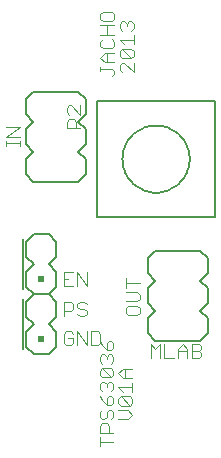
<source format=gbr>
G75*
G70*
%OFA0B0*%
%FSLAX24Y24*%
%IPPOS*%
%LPD*%
%AMOC8*
5,1,8,0,0,1.08239X$1,22.5*
%
%ADD10C,0.0040*%
%ADD11C,0.0079*%
%ADD12C,0.0060*%
%ADD13R,0.0200X0.0200*%
%ADD14C,0.0050*%
D10*
X003520Y004433D02*
X003520Y004740D01*
X003520Y004893D02*
X003520Y005124D01*
X003596Y005200D01*
X003750Y005200D01*
X003827Y005124D01*
X003827Y004893D01*
X003980Y004893D02*
X003520Y004893D01*
X003520Y004586D02*
X003980Y004586D01*
X004145Y005333D02*
X004452Y005333D01*
X004605Y005486D01*
X004452Y005640D01*
X004145Y005640D01*
X004221Y005793D02*
X004145Y005870D01*
X004145Y006024D01*
X004221Y006100D01*
X004528Y005793D01*
X004605Y005870D01*
X004605Y006024D01*
X004528Y006100D01*
X004221Y006100D01*
X004298Y006254D02*
X004145Y006407D01*
X004605Y006407D01*
X004605Y006254D02*
X004605Y006561D01*
X004605Y006714D02*
X004298Y006714D01*
X004145Y006868D01*
X004298Y007021D01*
X004605Y007021D01*
X004375Y007021D02*
X004375Y006714D01*
X003980Y006812D02*
X003903Y006735D01*
X003596Y007042D01*
X003903Y007042D01*
X003980Y006965D01*
X003980Y006812D01*
X003903Y006735D02*
X003596Y006735D01*
X003520Y006812D01*
X003520Y006965D01*
X003596Y007042D01*
X003596Y007195D02*
X003520Y007272D01*
X003520Y007426D01*
X003596Y007502D01*
X003673Y007502D01*
X003750Y007426D01*
X003827Y007502D01*
X003903Y007502D01*
X003980Y007426D01*
X003980Y007272D01*
X003903Y007195D01*
X003750Y007349D02*
X003750Y007426D01*
X003750Y007656D02*
X003596Y007809D01*
X003520Y007963D01*
X003548Y007885D02*
X003471Y007808D01*
X003241Y007808D01*
X003241Y008268D01*
X003471Y008268D01*
X003548Y008192D01*
X003548Y007885D01*
X003750Y007886D02*
X003750Y007656D01*
X003903Y007656D01*
X003980Y007732D01*
X003980Y007886D01*
X003903Y007963D01*
X003827Y007963D01*
X003750Y007886D01*
X003087Y007808D02*
X003087Y008268D01*
X002780Y008268D02*
X003087Y007808D01*
X002780Y007808D02*
X002780Y008268D01*
X002627Y008192D02*
X002550Y008268D01*
X002397Y008268D01*
X002320Y008192D01*
X002320Y007885D01*
X002397Y007808D01*
X002550Y007808D01*
X002627Y007885D01*
X002627Y008038D01*
X002473Y008038D01*
X002320Y008783D02*
X002320Y009243D01*
X002550Y009243D01*
X002627Y009167D01*
X002627Y009013D01*
X002550Y008936D01*
X002320Y008936D01*
X002780Y008860D02*
X002857Y008783D01*
X003011Y008783D01*
X003087Y008860D01*
X003087Y008936D01*
X003011Y009013D01*
X002857Y009013D01*
X002780Y009090D01*
X002780Y009167D01*
X002857Y009243D01*
X003011Y009243D01*
X003087Y009167D01*
X003087Y009783D02*
X003087Y010243D01*
X002780Y010243D02*
X003087Y009783D01*
X002780Y009783D02*
X002780Y010243D01*
X002627Y010243D02*
X002320Y010243D01*
X002320Y009783D01*
X002627Y009783D01*
X002473Y010013D02*
X002320Y010013D01*
X004395Y010036D02*
X004395Y009729D01*
X004395Y009882D02*
X004855Y009882D01*
X004778Y009575D02*
X004395Y009575D01*
X004395Y009268D02*
X004778Y009268D01*
X004855Y009345D01*
X004855Y009499D01*
X004778Y009575D01*
X004778Y009115D02*
X004471Y009115D01*
X004395Y009038D01*
X004395Y008885D01*
X004471Y008808D01*
X004778Y008808D01*
X004855Y008885D01*
X004855Y009038D01*
X004778Y009115D01*
X005220Y007843D02*
X005373Y007690D01*
X005527Y007843D01*
X005527Y007383D01*
X005680Y007383D02*
X005987Y007383D01*
X006141Y007383D02*
X006141Y007690D01*
X006294Y007843D01*
X006448Y007690D01*
X006448Y007383D01*
X006601Y007383D02*
X006831Y007383D01*
X006908Y007460D01*
X006908Y007536D01*
X006831Y007613D01*
X006601Y007613D01*
X006448Y007613D02*
X006141Y007613D01*
X006601Y007383D02*
X006601Y007843D01*
X006831Y007843D01*
X006908Y007767D01*
X006908Y007690D01*
X006831Y007613D01*
X005680Y007843D02*
X005680Y007383D01*
X005220Y007383D02*
X005220Y007843D01*
X004528Y005793D02*
X004221Y005793D01*
X003980Y005891D02*
X003980Y006044D01*
X003903Y006121D01*
X003827Y006121D01*
X003750Y006044D01*
X003750Y005814D01*
X003903Y005814D01*
X003980Y005891D01*
X003903Y005661D02*
X003827Y005661D01*
X003750Y005584D01*
X003750Y005431D01*
X003673Y005354D01*
X003596Y005354D01*
X003520Y005431D01*
X003520Y005584D01*
X003596Y005661D01*
X003750Y005814D02*
X003596Y005968D01*
X003520Y006121D01*
X003596Y006275D02*
X003520Y006351D01*
X003520Y006505D01*
X003596Y006581D01*
X003673Y006581D01*
X003750Y006505D01*
X003827Y006581D01*
X003903Y006581D01*
X003980Y006505D01*
X003980Y006351D01*
X003903Y006275D01*
X003750Y006428D02*
X003750Y006505D01*
X003903Y005661D02*
X003980Y005584D01*
X003980Y005431D01*
X003903Y005354D01*
X000855Y014458D02*
X000855Y014611D01*
X000855Y014535D02*
X000395Y014535D01*
X000395Y014611D02*
X000395Y014458D01*
X000395Y014765D02*
X000855Y015072D01*
X000395Y015072D01*
X000395Y014765D02*
X000855Y014765D01*
X002420Y015033D02*
X002420Y015263D01*
X002496Y015340D01*
X002650Y015340D01*
X002727Y015263D01*
X002727Y015033D01*
X002880Y015033D02*
X002420Y015033D01*
X002496Y015493D02*
X002420Y015570D01*
X002420Y015724D01*
X002496Y015800D01*
X002573Y015800D01*
X002880Y015493D01*
X002880Y015800D01*
X003545Y016934D02*
X003545Y017088D01*
X003545Y017011D02*
X003928Y017011D01*
X004005Y016934D01*
X004005Y016858D01*
X003928Y016781D01*
X004195Y016993D02*
X004271Y016916D01*
X004195Y016993D02*
X004195Y017147D01*
X004271Y017223D01*
X004348Y017223D01*
X004655Y016916D01*
X004655Y017223D01*
X004578Y017377D02*
X004655Y017454D01*
X004655Y017607D01*
X004578Y017684D01*
X004271Y017684D01*
X004578Y017377D01*
X004271Y017377D01*
X004195Y017454D01*
X004195Y017607D01*
X004271Y017684D01*
X004348Y017837D02*
X004195Y017991D01*
X004655Y017991D01*
X004655Y018144D02*
X004655Y017837D01*
X004578Y018298D02*
X004655Y018374D01*
X004655Y018528D01*
X004578Y018605D01*
X004502Y018605D01*
X004425Y018528D01*
X004425Y018451D01*
X004425Y018528D02*
X004348Y018605D01*
X004271Y018605D01*
X004195Y018528D01*
X004195Y018374D01*
X004271Y018298D01*
X004005Y018162D02*
X003545Y018162D01*
X003621Y018009D02*
X003545Y017932D01*
X003545Y017779D01*
X003621Y017702D01*
X003928Y017702D01*
X004005Y017779D01*
X004005Y017932D01*
X003928Y018009D01*
X003775Y018162D02*
X003775Y018469D01*
X003928Y018623D02*
X004005Y018699D01*
X004005Y018853D01*
X003928Y018930D01*
X003621Y018930D01*
X003545Y018853D01*
X003545Y018699D01*
X003621Y018623D01*
X003928Y018623D01*
X004005Y018469D02*
X003545Y018469D01*
X003698Y017548D02*
X004005Y017548D01*
X003775Y017548D02*
X003775Y017241D01*
X003698Y017241D02*
X003545Y017395D01*
X003698Y017548D01*
X003698Y017241D02*
X004005Y017241D01*
D11*
X000950Y011338D02*
X000950Y009688D01*
X000950Y009338D02*
X000950Y007688D01*
D12*
X001075Y007763D02*
X001075Y008263D01*
X001325Y008513D01*
X001075Y008763D01*
X001075Y009263D01*
X001325Y009513D01*
X001825Y009513D01*
X002075Y009763D01*
X002075Y010263D01*
X001825Y010513D01*
X002075Y010763D01*
X002075Y011263D01*
X001825Y011513D01*
X001325Y011513D01*
X001075Y011263D01*
X001075Y010763D01*
X001325Y010513D01*
X001075Y010263D01*
X001075Y009763D01*
X001325Y009513D01*
X001825Y009513D01*
X002075Y009263D01*
X002075Y008763D01*
X001825Y008513D01*
X002075Y008263D01*
X002075Y007763D01*
X001825Y007513D01*
X001325Y007513D01*
X001075Y007763D01*
X001300Y013263D02*
X002800Y013263D01*
X003050Y013513D01*
X003050Y014013D01*
X002800Y014263D01*
X003050Y014513D01*
X003050Y015013D01*
X002800Y015263D01*
X003050Y015513D01*
X003050Y016013D01*
X002800Y016263D01*
X001300Y016263D01*
X001050Y016013D01*
X001050Y015513D01*
X001300Y015263D01*
X001050Y015013D01*
X001050Y014513D01*
X001300Y014263D01*
X001050Y014013D01*
X001050Y013513D01*
X001300Y013263D01*
X005125Y010713D02*
X005125Y010213D01*
X005375Y009963D01*
X005125Y009713D01*
X005125Y009213D01*
X005375Y008963D01*
X005125Y008713D01*
X005125Y008213D01*
X005375Y007963D01*
X006875Y007963D01*
X007125Y008213D01*
X007125Y008713D01*
X006875Y008963D01*
X007125Y009213D01*
X007125Y009713D01*
X006875Y009963D01*
X007125Y010213D01*
X007125Y010713D01*
X006875Y010963D01*
X005375Y010963D01*
X005125Y010713D01*
D13*
X001575Y010013D03*
X001575Y008013D03*
D14*
X003431Y012084D02*
X003431Y015942D01*
X007369Y015942D01*
X007369Y012084D01*
X003431Y012084D01*
X004282Y014013D02*
X004284Y014079D01*
X004290Y014145D01*
X004300Y014211D01*
X004313Y014276D01*
X004331Y014340D01*
X004352Y014402D01*
X004377Y014464D01*
X004405Y014524D01*
X004437Y014582D01*
X004473Y014638D01*
X004511Y014691D01*
X004553Y014743D01*
X004598Y014792D01*
X004645Y014838D01*
X004696Y014881D01*
X004748Y014921D01*
X004803Y014958D01*
X004860Y014992D01*
X004919Y015022D01*
X004980Y015049D01*
X005042Y015072D01*
X005105Y015091D01*
X005170Y015107D01*
X005235Y015119D01*
X005301Y015127D01*
X005367Y015131D01*
X005433Y015131D01*
X005499Y015127D01*
X005565Y015119D01*
X005630Y015107D01*
X005695Y015091D01*
X005758Y015072D01*
X005820Y015049D01*
X005881Y015022D01*
X005940Y014992D01*
X005997Y014958D01*
X006052Y014921D01*
X006104Y014881D01*
X006155Y014838D01*
X006202Y014792D01*
X006247Y014743D01*
X006289Y014691D01*
X006327Y014638D01*
X006363Y014582D01*
X006395Y014524D01*
X006423Y014464D01*
X006448Y014402D01*
X006469Y014340D01*
X006487Y014276D01*
X006500Y014211D01*
X006510Y014145D01*
X006516Y014079D01*
X006518Y014013D01*
X006516Y013947D01*
X006510Y013881D01*
X006500Y013815D01*
X006487Y013750D01*
X006469Y013686D01*
X006448Y013624D01*
X006423Y013562D01*
X006395Y013502D01*
X006363Y013444D01*
X006327Y013388D01*
X006289Y013335D01*
X006247Y013283D01*
X006202Y013234D01*
X006155Y013188D01*
X006104Y013145D01*
X006052Y013105D01*
X005997Y013068D01*
X005940Y013034D01*
X005881Y013004D01*
X005820Y012977D01*
X005758Y012954D01*
X005695Y012935D01*
X005630Y012919D01*
X005565Y012907D01*
X005499Y012899D01*
X005433Y012895D01*
X005367Y012895D01*
X005301Y012899D01*
X005235Y012907D01*
X005170Y012919D01*
X005105Y012935D01*
X005042Y012954D01*
X004980Y012977D01*
X004919Y013004D01*
X004860Y013034D01*
X004803Y013068D01*
X004748Y013105D01*
X004696Y013145D01*
X004645Y013188D01*
X004598Y013234D01*
X004553Y013283D01*
X004511Y013335D01*
X004473Y013388D01*
X004437Y013444D01*
X004405Y013502D01*
X004377Y013562D01*
X004352Y013624D01*
X004331Y013686D01*
X004313Y013750D01*
X004300Y013815D01*
X004290Y013881D01*
X004284Y013947D01*
X004282Y014013D01*
M02*

</source>
